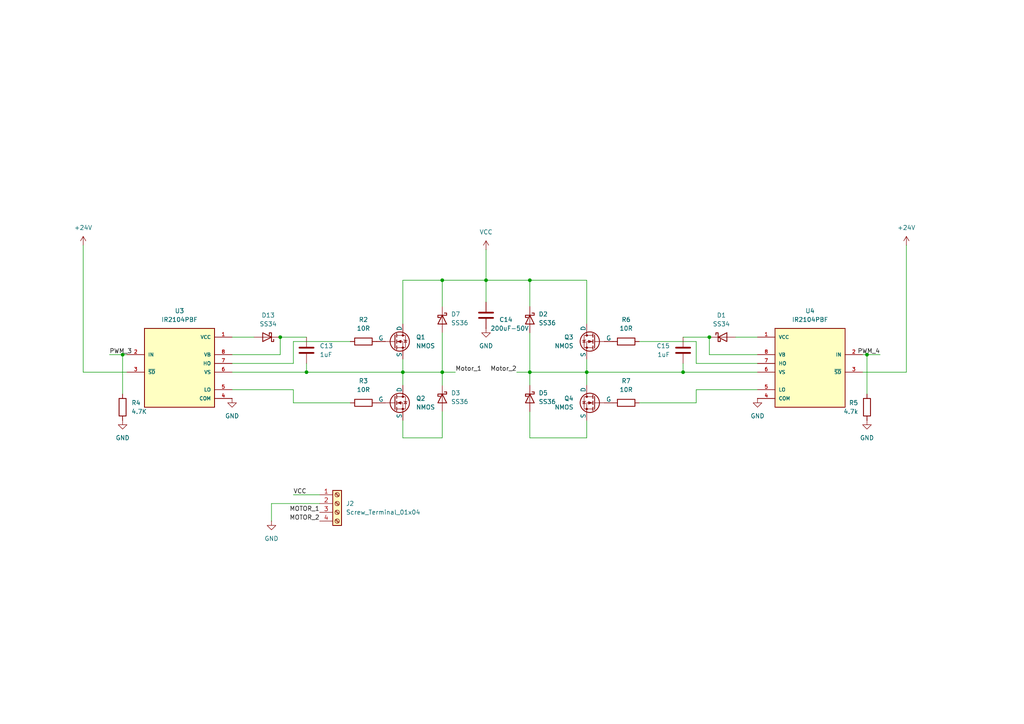
<source format=kicad_sch>
(kicad_sch (version 20250114) (generator "eeschema") (generator_version "9.0")
  (paper "A4")
  (lib_symbols
    (symbol "Connector:Screw_Terminal_01x04" (pin_names (offset 1.016) (hide yes))
      (property "Reference" "J" (at 0 5.08 0))
      (property "Value" "Screw_Terminal_01x04" (at 0 -7.62 0))
      (symbol "Screw_Terminal_01x04_1_1"
        (rectangle (start -1.27 3.81) (end 1.27 -6.35) (stroke (width 0.254)) (fill (type background)))
        (polyline (pts (xy -0.5334 2.8702) (xy 0.3302 2.032)) (stroke (width 0.1524)))
        (polyline (pts (xy -0.5334 0.3302) (xy 0.3302 -0.508)) (stroke (width 0.1524)))
        (polyline (pts (xy -0.5334 -2.2098) (xy 0.3302 -3.048)) (stroke (width 0.1524)))
        (polyline (pts (xy -0.5334 -4.7498) (xy 0.3302 -5.588)) (stroke (width 0.1524)))
        (polyline (pts (xy -0.3556 3.048) (xy 0.508 2.2098)) (stroke (width 0.1524)))
        (polyline (pts (xy -0.3556 0.508) (xy 0.508 -0.3302)) (stroke (width 0.1524)))
        (polyline (pts (xy -0.3556 -2.032) (xy 0.508 -2.8702)) (stroke (width 0.1524)))
        (polyline (pts (xy -0.3556 -4.572) (xy 0.508 -5.4102)) (stroke (width 0.1524)))
        (circle (center 0 2.54) (radius 0.635) (stroke (width 0.1524)))
        (circle (center 0 0) (radius 0.635) (stroke (width 0.1524)))
        (circle (center 0 -2.54) (radius 0.635) (stroke (width 0.1524)))
        (circle (center 0 -5.08) (radius 0.635) (stroke (width 0.1524)))
        (pin passive line (at -5.08 2.54 0) (length 3.81) (name "Pin_1") (number "1"))
        (pin passive line (at -5.08 0 0) (length 3.81) (name "Pin_2") (number "2"))
        (pin passive line (at -5.08 -2.54 0) (length 3.81) (name "Pin_3") (number "3"))
        (pin passive line (at -5.08 -5.08 0) (length 3.81) (name "Pin_4") (number "4"))
      )
    )
    (symbol "Device:C" (pin_numbers (hide yes)) (pin_names (offset 0.254))
      (property "Reference" "C" (at 0.635 2.54 0))
      (property "Value" "C" (at 0.635 -2.54 0))
      (symbol "C_0_1"
        (polyline (pts (xy -2.032 0.762) (xy 2.032 0.762)) (stroke (width 0.508)))
        (polyline (pts (xy -2.032 -0.762) (xy 2.032 -0.762)) (stroke (width 0.508)))
      )
      (symbol "C_1_1"
        (pin passive line (at 0 3.81 270) (length 2.794) (name "~") (number "1"))
        (pin passive line (at 0 -3.81 90) (length 2.794) (name "~") (number "2"))
      )
    )
    (symbol "Device:R" (pin_numbers (hide yes)) (pin_names (offset 0))
      (property "Reference" "R" (at 2.032 0 90))
      (property "Value" "R" (at 0 0 90))
      (symbol "R_0_1"
        (rectangle (start -1.016 -2.54) (end 1.016 2.54) (stroke (width 0.254)))
      )
      (symbol "R_1_1"
        (pin passive line (at 0 3.81 270) (length 1.27) (name "~") (number "1"))
        (pin passive line (at 0 -3.81 90) (length 1.27) (name "~") (number "2"))
      )
    )
    (symbol "Diode:SS34" (pin_numbers (hide yes)) (pin_names (offset 1.016) (hide yes))
      (property "Reference" "D" (at 0 2.54 0))
      (property "Value" "SS34" (at 0 -2.54 0))
      (symbol "SS34_0_1"
        (polyline (pts (xy -1.905 0.635) (xy -1.905 1.27) (xy -1.27 1.27) (xy -1.27 -1.27) (xy -0.635 -1.27) (xy -0.635 -0.635)) (stroke (width 0.254)))
        (polyline (pts (xy 1.27 1.27) (xy 1.27 -1.27) (xy -1.27 0) (xy 1.27 1.27)) (stroke (width 0.254)))
        (polyline (pts (xy 1.27 0) (xy -1.27 0)))
      )
      (symbol "SS34_1_1"
        (pin passive line (at -3.81 0 0) (length 2.54) (name "K") (number "1"))
        (pin passive line (at 3.81 0 180) (length 2.54) (name "A") (number "2"))
      )
    )
    (symbol "Diode:SS36" (pin_numbers (hide yes)) (pin_names (offset 1.016) (hide yes))
      (property "Reference" "D" (at 0 2.54 0))
      (property "Value" "SS36" (at 0 -2.54 0))
      (symbol "SS36_0_1"
        (polyline (pts (xy -1.905 0.635) (xy -1.905 1.27) (xy -1.27 1.27) (xy -1.27 -1.27) (xy -0.635 -1.27) (xy -0.635 -0.635)) (stroke (width 0.254)))
        (polyline (pts (xy 1.27 1.27) (xy 1.27 -1.27) (xy -1.27 0) (xy 1.27 1.27)) (stroke (width 0.254)))
        (polyline (pts (xy 1.27 0) (xy -1.27 0)))
      )
      (symbol "SS36_1_1"
        (pin passive line (at -3.81 0 0) (length 2.54) (name "K") (number "1"))
        (pin passive line (at 3.81 0 180) (length 2.54) (name "A") (number "2"))
      )
    )
    (symbol "IR2104PBF:IR2104PBF" (pin_names (offset 1.016))
      (property "Reference" "U" (at -10.0939 10.7738 0))
      (property "Value" "IR2104PBF" (at -10.267 -15.3519 0))
      (symbol "IR2104PBF_0_0"
        (rectangle (start -10.16 -12.7) (end 10.16 10.16) (stroke (width 0.254)) (fill (type background)))
        (pin input line (at -15.24 2.54 0) (length 5.08) (name "IN") (number "2"))
        (pin input line (at -15.24 -2.54 0) (length 5.08) (name "~{SD}") (number "3"))
        (pin power_in line (at 15.24 7.62 180) (length 5.08) (name "VCC") (number "1"))
        (pin input line (at 15.24 2.54 180) (length 5.08) (name "VB") (number "8"))
        (pin output line (at 15.24 0 180) (length 5.08) (name "HO") (number "7"))
        (pin input line (at 15.24 -2.54 180) (length 5.08) (name "VS") (number "6"))
        (pin output line (at 15.24 -7.62 180) (length 5.08) (name "LO") (number "5"))
        (pin input line (at 15.24 -10.16 180) (length 5.08) (name "COM") (number "4"))
      )
    )
    (symbol "Simulation_SPICE:NMOS" (pin_numbers (hide yes)) (pin_names (offset 0))
      (property "Reference" "Q" (at 5.08 1.27 0))
      (property "Value" "NMOS" (at 5.08 -1.27 0))
      (symbol "NMOS_0_1"
        (polyline (pts (xy 0.254 1.905) (xy 0.254 -1.905)) (stroke (width 0.254)))
        (polyline (pts (xy 0.254 0) (xy -2.54 0)))
        (polyline (pts (xy 0.762 2.286) (xy 0.762 1.27)) (stroke (width 0.254)))
        (polyline (pts (xy 0.762 0.508) (xy 0.762 -0.508)) (stroke (width 0.254)))
        (polyline (pts (xy 0.762 -1.27) (xy 0.762 -2.286)) (stroke (width 0.254)))
        (polyline (pts (xy 0.762 -1.778) (xy 3.302 -1.778) (xy 3.302 1.778) (xy 0.762 1.778)))
        (polyline (pts (xy 1.016 0) (xy 2.032 0.381) (xy 2.032 -0.381) (xy 1.016 0)) (fill (type outline)))
        (circle (center 1.651 0) (radius 2.794) (stroke (width 0.254)))
        (polyline (pts (xy 2.54 2.54) (xy 2.54 1.778)))
        (circle (center 2.54 1.778) (radius 0.254) (fill (type outline)))
        (circle (center 2.54 -1.778) (radius 0.254) (fill (type outline)))
        (polyline (pts (xy 2.54 -2.54) (xy 2.54 0) (xy 0.762 0)))
        (polyline (pts (xy 2.794 0.508) (xy 2.921 0.381) (xy 3.683 0.381) (xy 3.81 0.254)))
        (polyline (pts (xy 3.302 0.381) (xy 2.921 -0.254) (xy 3.683 -0.254) (xy 3.302 0.381)))
      )
      (symbol "NMOS_1_1"
        (pin input line (at -5.08 0 0) (length 2.54) (name "G") (number "2"))
        (pin passive line (at 2.54 5.08 270) (length 2.54) (name "D") (number "1"))
        (pin passive line (at 2.54 -5.08 90) (length 2.54) (name "S") (number "3"))
      )
    )
    (symbol "power:+24V" (power) (pin_numbers (hide yes)) (pin_names (offset 0) (hide yes))
      (property "Value" "+24V" (at 0 3.556 0))
      (symbol "+24V_0_1"
        (polyline (pts (xy -0.762 1.27) (xy 0 2.54)))
        (polyline (pts (xy 0 2.54) (xy 0.762 1.27)))
        (polyline (pts (xy 0 0) (xy 0 2.54)))
      )
      (symbol "+24V_1_1"
        (pin power_in line (at 0 0 90) (length 0) (name "~") (number "1"))
      )
    )
    (symbol "power:GND" (power) (pin_numbers (hide yes)) (pin_names (offset 0) (hide yes))
      (property "Value" "GND" (at 0 -3.81 0))
      (symbol "GND_0_1"
        (polyline (pts (xy 0 0) (xy 0 -1.27) (xy 1.27 -1.27) (xy 0 -2.54) (xy -1.27 -1.27) (xy 0 -1.27)))
      )
      (symbol "GND_1_1"
        (pin power_in line (at 0 0 270) (length 0) (name "~") (number "1"))
      )
    )
    (symbol "power:VCC" (power) (pin_numbers (hide yes)) (pin_names (offset 0) (hide yes))
      (property "Value" "VCC" (at 0 3.556 0))
      (symbol "VCC_0_1"
        (polyline (pts (xy -0.762 1.27) (xy 0 2.54)))
        (polyline (pts (xy 0 2.54) (xy 0.762 1.27)))
        (polyline (pts (xy 0 0) (xy 0 2.54)))
      )
      (symbol "VCC_1_1"
        (pin power_in line (at 0 0 90) (length 0) (name "~") (number "1"))
      )
    )
  )
  (junction (at 81.28 97.79))
  (junction (at 153.67 107.95))
  (junction (at 35.56 102.87))
  (junction (at 88.9 107.95))
  (junction (at 140.97 81.28))
  (junction (at 251.46 102.87))
  (junction (at 205.74 97.79))
  (junction (at 128.27 81.28))
  (junction (at 198.12 107.95))
  (junction (at 128.27 107.95))
  (junction (at 153.67 81.28))
  (junction (at 170.18 107.95))
  (junction (at 116.84 107.95))
  (wire (pts (xy 153.67 81.28) (xy 153.67 88.9)))
  (wire (pts (xy 36.83 107.95) (xy 24.13 107.95)))
  (wire (pts (xy 35.56 102.87) (xy 35.56 114.3)))
  (wire (pts (xy 24.13 71.12) (xy 24.13 107.95)))
  (wire (pts (xy 153.67 107.95) (xy 153.67 111.76)))
  (wire (pts (xy 170.18 81.28) (xy 153.67 81.28)))
  (wire (pts (xy 262.89 71.12) (xy 262.89 107.95)))
  (wire (pts (xy 31.75 102.87) (xy 35.56 102.87)))
  (wire (pts (xy 128.27 127) (xy 128.27 119.38)))
  (wire (pts (xy 116.84 104.14) (xy 116.84 107.95)))
  (wire (pts (xy 219.71 107.95) (xy 198.12 107.95)))
  (wire (pts (xy 81.28 97.79) (xy 88.9 97.79)))
  (wire (pts (xy 251.46 102.87) (xy 250.19 102.87)))
  (wire (pts (xy 251.46 102.87) (xy 251.46 114.3)))
  (wire (pts (xy 92.71 146.05) (xy 78.74 146.05)))
  (wire (pts (xy 88.9 105.41) (xy 88.9 107.95)))
  (wire (pts (xy 116.84 127) (xy 128.27 127)))
  (wire (pts (xy 67.31 97.79) (xy 73.66 97.79)))
  (wire (pts (xy 116.84 81.28) (xy 128.27 81.28)))
  (wire (pts (xy 201.93 105.41) (xy 201.93 99.06)))
  (wire (pts (xy 219.71 102.87) (xy 205.74 102.87)))
  (wire (pts (xy 219.71 105.41) (xy 201.93 105.41)))
  (wire (pts (xy 85.09 113.03) (xy 85.09 116.84)))
  (wire (pts (xy 128.27 81.28) (xy 140.97 81.28)))
  (wire (pts (xy 140.97 72.39) (xy 140.97 81.28)))
  (wire (pts (xy 140.97 81.28) (xy 140.97 87.63)))
  (wire (pts (xy 255.27 102.87) (xy 251.46 102.87)))
  (wire (pts (xy 85.09 143.51) (xy 92.71 143.51)))
  (wire (pts (xy 205.74 102.87) (xy 205.74 97.79)))
  (wire (pts (xy 85.09 105.41) (xy 85.09 99.06)))
  (wire (pts (xy 67.31 113.03) (xy 85.09 113.03)))
  (wire (pts (xy 67.31 102.87) (xy 81.28 102.87)))
  (wire (pts (xy 116.84 107.95) (xy 116.84 111.76)))
  (wire (pts (xy 81.28 102.87) (xy 81.28 97.79)))
  (wire (pts (xy 128.27 81.28) (xy 128.27 88.9)))
  (wire (pts (xy 85.09 116.84) (xy 101.6 116.84)))
  (wire (pts (xy 170.18 107.95) (xy 153.67 107.95)))
  (wire (pts (xy 205.74 97.79) (xy 198.12 97.79)))
  (wire (pts (xy 170.18 107.95) (xy 170.18 111.76)))
  (wire (pts (xy 153.67 96.52) (xy 153.67 107.95)))
  (wire (pts (xy 201.93 99.06) (xy 185.42 99.06)))
  (wire (pts (xy 116.84 121.92) (xy 116.84 127)))
  (wire (pts (xy 219.71 113.03) (xy 201.93 113.03)))
  (wire (pts (xy 219.71 97.79) (xy 213.36 97.79)))
  (wire (pts (xy 153.67 107.95) (xy 149.86 107.95)))
  (wire (pts (xy 201.93 113.03) (xy 201.93 116.84)))
  (wire (pts (xy 116.84 93.98) (xy 116.84 81.28)))
  (wire (pts (xy 128.27 96.52) (xy 128.27 107.95)))
  (wire (pts (xy 116.84 107.95) (xy 128.27 107.95)))
  (wire (pts (xy 88.9 107.95) (xy 116.84 107.95)))
  (wire (pts (xy 170.18 121.92) (xy 170.18 127)))
  (wire (pts (xy 170.18 104.14) (xy 170.18 107.95)))
  (wire (pts (xy 170.18 93.98) (xy 170.18 81.28)))
  (wire (pts (xy 67.31 107.95) (xy 88.9 107.95)))
  (wire (pts (xy 153.67 127) (xy 153.67 119.38)))
  (wire (pts (xy 170.18 127) (xy 153.67 127)))
  (wire (pts (xy 67.31 105.41) (xy 85.09 105.41)))
  (wire (pts (xy 198.12 105.41) (xy 198.12 107.95)))
  (wire (pts (xy 128.27 107.95) (xy 132.08 107.95)))
  (wire (pts (xy 201.93 116.84) (xy 185.42 116.84)))
  (wire (pts (xy 250.19 107.95) (xy 262.89 107.95)))
  (wire (pts (xy 198.12 107.95) (xy 170.18 107.95)))
  (wire (pts (xy 35.56 102.87) (xy 36.83 102.87)))
  (wire (pts (xy 128.27 107.95) (xy 128.27 111.76)))
  (wire (pts (xy 140.97 81.28) (xy 153.67 81.28)))
  (wire (pts (xy 78.74 146.05) (xy 78.74 151.13)))
  (wire (pts (xy 85.09 99.06) (xy 101.6 99.06)))
  (label "Motor_2" (at 149.86 107.95 180))
  (label "MOTOR_1" (at 92.71 148.59 180))
  (label "PWM_4" (at 255.27 102.87 180))
  (label "Motor_1" (at 132.08 107.95 0))
  (label "VCC" (at 85.09 143.51 0))
  (label "PWM_3" (at 31.75 102.87 0))
  (label "MOTOR_2" (at 92.71 151.13 180))
  (symbol (lib_id "power:GND") (at 67.31 115.57 0) (unit 1)
    (property "Reference" "#PWR013" (effects (hide yes)))
    (property "Value" "GND" (at 67.31 120.65 0))
    (property "Description" "Power symbol creates a global label with name \"GND\" , ground" (effects (hide yes)))
  )
  (symbol (lib_id "Diode:SS36") (at 128.27 92.71 270) (unit 1)
    (property "Reference" "D7" (at 130.81 91.1224 90) (effects (justify left)))
    (property "Value" "SS36" (at 130.81 93.6624 90) (effects (justify left)))
    (property "Footprint" "Diode_SMD:D_SMA" (effects (hide yes)))
    (property "Datasheet" "https://www.vishay.com/docs/88751/ss32.pdf" (effects (hide yes)))
    (property "Description" "60V 3A Schottky Diode, SMA" (effects (hide yes)))
  )
  (symbol (lib_id "Device:C") (at 198.12 101.6 0) (mirror y) (unit 1)
    (property "Reference" "C15" (at 194.31 100.3299 0) (effects (justify left)))
    (property "Value" "1uF" (at 194.31 102.8699 0) (effects (justify left)))
    (property "Description" "Unpolarized capacitor" (effects (hide yes)))
  )
  (symbol (lib_id "Diode:SS34") (at 209.55 97.79 0) (unit 1)
    (property "Reference" "D1" (at 209.2325 91.44 0))
    (property "Value" "SS34" (at 209.2325 93.98 0))
    (property "Footprint" "Diode_SMD:D_SMA" (effects (hide yes)))
    (property "Datasheet" "https://www.vishay.com/docs/88751/ss32.pdf" (effects (hide yes)))
    (property "Description" "40V 3A Schottky Diode, SMA" (effects (hide yes)))
  )
  (symbol (lib_id "power:+24V") (at 262.89 71.12 0) (mirror y) (unit 1)
    (property "Reference" "#PWR016" (effects (hide yes)))
    (property "Value" "+24V" (at 262.89 66.04 0))
    (property "Description" "Power symbol creates a global label with name \"+24V\"" (effects (hide yes)))
  )
  (symbol (lib_id "Device:C") (at 140.97 91.44 0) (unit 1)
    (property "Reference" "C14" (at 144.78 92.71 0) (effects (justify left)))
    (property "Value" "200uF-50V" (at 142.24 95.25 0) (effects (justify left)))
    (property "Description" "Unpolarized capacitor" (effects (hide yes)))
  )
  (symbol (lib_id "Diode:SS34") (at 77.47 97.79 180) (unit 1)
    (property "Reference" "D13" (at 77.7875 91.44 0))
    (property "Value" "SS34" (at 77.7875 93.98 0))
    (property "Footprint" "Diode_SMD:D_SMA" (effects (hide yes)))
    (property "Datasheet" "https://www.vishay.com/docs/88751/ss32.pdf" (effects (hide yes)))
    (property "Description" "40V 3A Schottky Diode, SMA" (effects (hide yes)))
  )
  (symbol (lib_id "Simulation_SPICE:NMOS") (at 172.72 99.06 0) (mirror y) (unit 1)
    (property "Reference" "Q3" (at 166.37 97.7899 0) (effects (justify left)))
    (property "Value" "NMOS" (at 166.37 100.3299 0) (effects (justify left)))
    (property "Datasheet" "https://ngspice.sourceforge.io/docs/ngspice-html-manual/manual.xhtml#cha_MOSFETs" (effects (hide yes)))
    (property "Description" "N-MOSFET transistor, drain/source/gate" (effects (hide yes)))
    (property "Sim.Device" "NMOS" (effects (hide yes)))
    (property "Sim.Type" "VDMOS" (effects (hide yes)))
    (property "Sim.Pins" "1=D 2=G 3=S" (effects (hide yes)))
  )
  (symbol (lib_id "power:VCC") (at 140.97 72.39 0) (unit 1)
    (property "Reference" "#PWR019" (effects (hide yes)))
    (property "Value" "VCC" (at 140.97 67.31 0))
    (property "Description" "Power symbol creates a global label with name \"VCC\"" (effects (hide yes)))
  )
  (symbol (lib_id "IR2104PBF:IR2104PBF") (at 234.95 105.41 0) (mirror y) (unit 1)
    (property "Reference" "U4" (at 234.95 90.17 0))
    (property "Value" "IR2104PBF" (at 234.95 92.71 0))
    (property "Footprint" "IR2104PBF:DIP762W45P254L1092H533Q8" (effects (hide yes)))
    (property "MF" "Infineon" (effects (hide yes)))
    (property "MAXIMUM_PACKAGE_HEIGHT" "5.33mm" (effects (hide yes)))
    (property "Package" "DIP-8 Infineon" (effects (hide yes)))
    (property "Price" "None" (effects (hide yes)))
    (property "Check_prices" "https://www.snapeda.com/parts/IR2104PBF/Infineon/view-part/?ref=eda" (effects (hide yes)))
    (property "STANDARD" "Manufacturer Recommendations" (effects (hide yes)))
    (property "PARTREV" "4/2/2004" (effects (hide yes)))
    (property "SnapEDA_Link" "https://www.snapeda.com/parts/IR2104PBF/Infineon/view-part/?ref=snap" (effects (hide yes)))
    (property "MP" "IR2104PBF" (effects (hide yes)))
    (property "Description_1" "Half-Bridge Gate Driver IC Non-Inverting 8-PDIP" (effects (hide yes)))
    (property "Availability" "In Stock" (effects (hide yes)))
    (property "MANUFACTURER" "Infineon" (effects (hide yes)))
  )
  (symbol (lib_id "Device:R") (at 105.41 116.84 90) (unit 1)
    (property "Reference" "R3" (at 105.41 110.49 90))
    (property "Value" "10R" (at 105.41 113.03 90))
    (property "Description" "Resistor" (effects (hide yes)))
  )
  (symbol (lib_id "Connector:Screw_Terminal_01x04") (at 97.79 146.05 0) (unit 1)
    (property "Reference" "J2" (at 100.33 146.0499 0) (effects (justify left)))
    (property "Value" "Screw_Terminal_01x04" (at 100.33 148.5899 0) (effects (justify left)))
    (property "Description" "Generic screw terminal, single row, 01x04, script generated (kicad-library-utils/schlib/autogen/connector/)" (effects (hide yes)))
  )
  (symbol (lib_id "power:GND") (at 219.71 115.57 0) (mirror y) (unit 1)
    (property "Reference" "#PWR018" (effects (hide yes)))
    (property "Value" "GND" (at 219.71 120.65 0))
    (property "Description" "Power symbol creates a global label with name \"GND\" , ground" (effects (hide yes)))
  )
  (symbol (lib_id "power:GND") (at 35.56 121.92 0) (unit 1)
    (property "Reference" "#PWR015" (effects (hide yes)))
    (property "Value" "GND" (at 35.56 127 0))
    (property "Description" "Power symbol creates a global label with name \"GND\" , ground" (effects (hide yes)))
  )
  (symbol (lib_id "Device:R") (at 251.46 118.11 0) (mirror y) (unit 1)
    (property "Reference" "R5" (at 248.92 116.8399 0) (effects (justify left)))
    (property "Value" "4.7k" (at 248.92 119.3799 0) (effects (justify left)))
    (property "Description" "Resistor" (effects (hide yes)))
  )
  (symbol (lib_id "power:GND") (at 251.46 121.92 0) (mirror y) (unit 1)
    (property "Reference" "#PWR017" (effects (hide yes)))
    (property "Value" "GND" (at 251.46 127 0))
    (property "Description" "Power symbol creates a global label with name \"GND\" , ground" (effects (hide yes)))
  )
  (symbol (lib_id "Device:R") (at 105.41 99.06 90) (unit 1)
    (property "Reference" "R2" (at 105.41 92.71 90))
    (property "Value" "10R" (at 105.41 95.25 90))
    (property "Description" "Resistor" (effects (hide yes)))
  )
  (symbol (lib_id "Diode:SS36") (at 128.27 115.57 270) (unit 1)
    (property "Reference" "D3" (at 130.81 113.9824 90) (effects (justify left)))
    (property "Value" "SS36" (at 130.81 116.5224 90) (effects (justify left)))
    (property "Footprint" "Diode_SMD:D_SMA" (effects (hide yes)))
    (property "Datasheet" "https://www.vishay.com/docs/88751/ss32.pdf" (effects (hide yes)))
    (property "Description" "60V 3A Schottky Diode, SMA" (effects (hide yes)))
  )
  (symbol (lib_id "Device:R") (at 35.56 118.11 0) (unit 1)
    (property "Reference" "R4" (at 38.1 116.8399 0) (effects (justify left)))
    (property "Value" "4.7K" (at 38.1 119.3799 0) (effects (justify left)))
    (property "Description" "Resistor" (effects (hide yes)))
  )
  (symbol (lib_id "IR2104PBF:IR2104PBF") (at 52.07 105.41 0) (unit 1)
    (property "Reference" "U3" (at 52.07 90.17 0))
    (property "Value" "IR2104PBF" (at 52.07 92.71 0))
    (property "Footprint" "IR2104PBF:DIP762W45P254L1092H533Q8" (effects (hide yes)))
    (property "MF" "Infineon" (effects (hide yes)))
    (property "MAXIMUM_PACKAGE_HEIGHT" "5.33mm" (effects (hide yes)))
    (property "Package" "DIP-8 Infineon" (effects (hide yes)))
    (property "Price" "None" (effects (hide yes)))
    (property "Check_prices" "https://www.snapeda.com/parts/IR2104PBF/Infineon/view-part/?ref=eda" (effects (hide yes)))
    (property "STANDARD" "Manufacturer Recommendations" (effects (hide yes)))
    (property "PARTREV" "4/2/2004" (effects (hide yes)))
    (property "SnapEDA_Link" "https://www.snapeda.com/parts/IR2104PBF/Infineon/view-part/?ref=snap" (effects (hide yes)))
    (property "MP" "IR2104PBF" (effects (hide yes)))
    (property "Description_1" "Half-Bridge Gate Driver IC Non-Inverting 8-PDIP" (effects (hide yes)))
    (property "Availability" "In Stock" (effects (hide yes)))
    (property "MANUFACTURER" "Infineon" (effects (hide yes)))
  )
  (symbol (lib_id "Device:R") (at 181.61 116.84 270) (mirror x) (unit 1)
    (property "Reference" "R7" (at 181.61 110.49 90))
    (property "Value" "10R" (at 181.61 113.03 90))
    (property "Description" "Resistor" (effects (hide yes)))
  )
  (symbol (lib_id "Simulation_SPICE:NMOS") (at 172.72 116.84 0) (mirror y) (unit 1)
    (property "Reference" "Q4" (at 166.37 115.5699 0) (effects (justify left)))
    (property "Value" "NMOS" (at 166.37 118.1099 0) (effects (justify left)))
    (property "Datasheet" "https://ngspice.sourceforge.io/docs/ngspice-html-manual/manual.xhtml#cha_MOSFETs" (effects (hide yes)))
    (property "Description" "N-MOSFET transistor, drain/source/gate" (effects (hide yes)))
    (property "Sim.Device" "NMOS" (effects (hide yes)))
    (property "Sim.Type" "VDMOS" (effects (hide yes)))
    (property "Sim.Pins" "1=D 2=G 3=S" (effects (hide yes)))
  )
  (symbol (lib_id "Device:R") (at 181.61 99.06 270) (mirror x) (unit 1)
    (property "Reference" "R6" (at 181.61 92.71 90))
    (property "Value" "10R" (at 181.61 95.25 90))
    (property "Description" "Resistor" (effects (hide yes)))
  )
  (symbol (lib_id "power:GND") (at 78.74 151.13 0) (unit 1)
    (property "Reference" "#PWR021" (effects (hide yes)))
    (property "Value" "GND" (at 78.74 156.21 0))
    (property "Description" "Power symbol creates a global label with name \"GND\" , ground" (effects (hide yes)))
  )
  (symbol (lib_id "Device:C") (at 88.9 101.6 0) (unit 1)
    (property "Reference" "C13" (at 92.71 100.3299 0) (effects (justify left)))
    (property "Value" "1uF" (at 92.71 102.8699 0) (effects (justify left)))
    (property "Description" "Unpolarized capacitor" (effects (hide yes)))
  )
  (symbol (lib_id "power:+24V") (at 24.13 71.12 0) (unit 1)
    (property "Reference" "#PWR014" (effects (hide yes)))
    (property "Value" "+24V" (at 24.13 66.04 0))
    (property "Description" "Power symbol creates a global label with name \"+24V\"" (effects (hide yes)))
  )
  (symbol (lib_id "Diode:SS36") (at 153.67 92.71 270) (unit 1)
    (property "Reference" "D2" (at 156.21 91.1224 90) (effects (justify left)))
    (property "Value" "SS36" (at 156.21 93.6624 90) (effects (justify left)))
    (property "Footprint" "Diode_SMD:D_SMA" (effects (hide yes)))
    (property "Datasheet" "https://www.vishay.com/docs/88751/ss32.pdf" (effects (hide yes)))
    (property "Description" "60V 3A Schottky Diode, SMA" (effects (hide yes)))
  )
  (symbol (lib_id "Simulation_SPICE:NMOS") (at 114.3 99.06 0) (unit 1)
    (property "Reference" "Q1" (at 120.65 97.7899 0) (effects (justify left)))
    (property "Value" "NMOS" (at 120.65 100.3299 0) (effects (justify left)))
    (property "Datasheet" "https://ngspice.sourceforge.io/docs/ngspice-html-manual/manual.xhtml#cha_MOSFETs" (effects (hide yes)))
    (property "Description" "N-MOSFET transistor, drain/source/gate" (effects (hide yes)))
    (property "Sim.Device" "NMOS" (effects (hide yes)))
    (property "Sim.Type" "VDMOS" (effects (hide yes)))
    (property "Sim.Pins" "1=D 2=G 3=S" (effects (hide yes)))
  )
  (symbol (lib_id "power:GND") (at 140.97 95.25 0) (unit 1)
    (property "Reference" "#PWR020" (effects (hide yes)))
    (property "Value" "GND" (at 140.97 100.33 0))
    (property "Description" "Power symbol creates a global label with name \"GND\" , ground" (effects (hide yes)))
  )
  (symbol (lib_id "Simulation_SPICE:NMOS") (at 114.3 116.84 0) (unit 1)
    (property "Reference" "Q2" (at 120.65 115.5699 0) (effects (justify left)))
    (property "Value" "NMOS" (at 120.65 118.1099 0) (effects (justify left)))
    (property "Datasheet" "https://ngspice.sourceforge.io/docs/ngspice-html-manual/manual.xhtml#cha_MOSFETs" (effects (hide yes)))
    (property "Description" "N-MOSFET transistor, drain/source/gate" (effects (hide yes)))
    (property "Sim.Device" "NMOS" (effects (hide yes)))
    (property "Sim.Type" "VDMOS" (effects (hide yes)))
    (property "Sim.Pins" "1=D 2=G 3=S" (effects (hide yes)))
  )
  (symbol (lib_id "Diode:SS36") (at 153.67 115.57 270) (unit 1)
    (property "Reference" "D5" (at 156.21 113.9824 90) (effects (justify left)))
    (property "Value" "SS36" (at 156.21 116.5224 90) (effects (justify left)))
    (property "Footprint" "Diode_SMD:D_SMA" (effects (hide yes)))
    (property "Datasheet" "https://www.vishay.com/docs/88751/ss32.pdf" (effects (hide yes)))
    (property "Description" "60V 3A Schottky Diode, SMA" (effects (hide yes)))
  )
)
</source>
